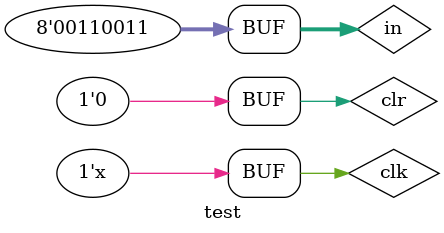
<source format=v>
`timescale 1ns / 1ps


module test;

	// Inputs
	reg clk;
	reg clr;
	reg [7:0] in;

	// Outputs
	wire out;

	// Instantiate the Unit Under Test (UUT)
	string uut (
		.clk(clk), 
		.clr(clr), 
		.in(in), 
		.out(out)
	);

	initial begin
		// Initialize Inputs
		clk = 0;
		clr = 0;
		in = 8'b00110001;	

		// Wait 100 ns for global reset to finish
		#10
		in = 8'b00101011;
		#10
		in = 8'b00110010;
		#10
		in = 8'b00101010;
		#10
		in = 8'b00110011;
        
		#30
		clr = 1;
		#10
		clr = 0;
		in = 8'b00110001;	
		#10
		in = 8'b00101011;
		#10
		in = 8'b00110010;
		#10
		in = 8'b00101010;
		#10
		in = 8'b00110011;
		
		// Add stimulus here

	end
     always #5 clk=~clk; 
endmodule


</source>
